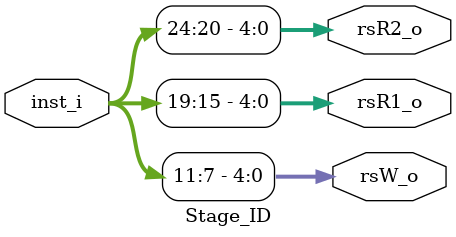
<source format=sv>
module Stage_ID( // stage instruction decode + read register
	input logic [31:0] inst_i,
	output logic [4:0] rsW_o, rsR1_o, rsR2_o
	);
	
	assign rsW_o = inst_i[11:7];
	assign rsR1_o = inst_i[19:15];
	assign rsR2_o = inst_i[24:20];
	
	
	
endmodule

</source>
